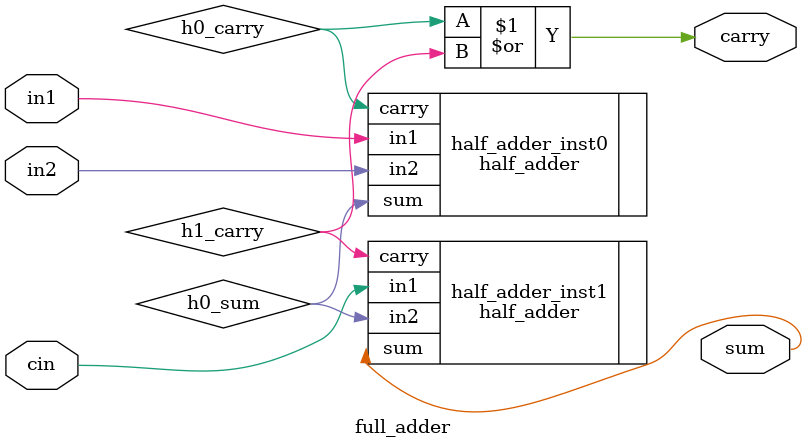
<source format=v>
module full_adder
(
	input wire in1,
	input wire in2,
	input wire cin,
	
	output wire sum,
	output wire carry
);

wire h0_sum;
wire h0_carry;
wire h1_carry;

half_adder	half_adder_inst0
(
	.in1(in1),
	.in2(in2),
	
	
	.sum(h0_sum),
	.carry(h0_carry)
);

half_adder	half_adder_inst1
(
	.in1(cin),
	.in2(h0_sum),
	
	.sum(sum),
	.carry(h1_carry)
);

assign carry = (h0_carry|h1_carry);
endmodule
</source>
